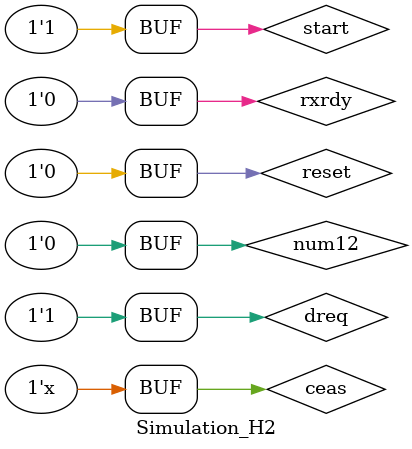
<source format=v>
`timescale 1ns / 1ps


module Simulation_H2;
    
    reg ceas, reset, start, dreq, num12, rxrdy;
    wire rdy, incarc, ddisp, depl, txrdy;
    
    H2 uut(ceas, reset, start, dreq, num12, rxrdy, rdy, incarc, ddisp, depl, txrdy);
    
    initial begin
        ceas = 0;
        
        reset = 1;
        start = 0;
        dreq = 0;
        num12 = 0;
        rxrdy = 0;
    #20;
        reset = 0;
        start = 1;
    #40;
       dreq = 1;
    #40;
        
        
        
   
        
    end
    
    always begin
      #10 ceas = ~ceas;
    end

endmodule

</source>
